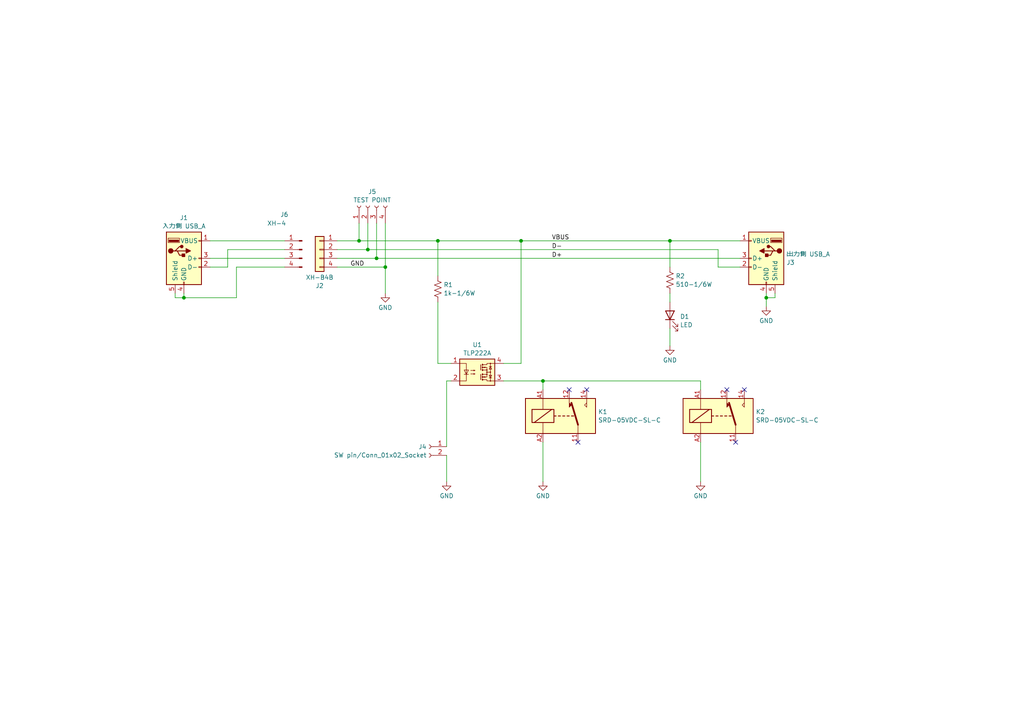
<source format=kicad_sch>
(kicad_sch (version 20230121) (generator eeschema)
  (paper "A4")
  (title_block (title "Mobile Battery Adapter") (date "2023-11-20") (rev "1.01") (company "YS-Lab LLC  JR6HSX"))
  (lib_symbols
    (symbol "Connector:Conn_01x02_Socket" (pin_names (offset 1.016) hide)
      (property "Reference" "J" (at 0 2.54 0))
      (property "Value" "Conn_01x02_Socket" (at 0 -5.08 0))
      (symbol "Conn_01x02_Socket_1_1"
        (arc (start 0 -2.032) (mid -0.5058 -2.54) (end 0 -3.048) (stroke (width 0.1524)))
        (polyline (pts (xy -1.27 -2.54) (xy -0.508 -2.54)) (stroke (width 0.1524)))
        (polyline (pts (xy -1.27 0) (xy -0.508 0)) (stroke (width 0.1524)))
        (arc (start 0 0.508) (mid -0.5058 0) (end 0 -0.508) (stroke (width 0.1524)))
        (pin passive line (at -5.08 0 0) (length 3.81) (name "Pin_1") (number "1"))
        (pin passive line (at -5.08 -2.54 0) (length 3.81) (name "Pin_2") (number "2"))
      )
    )
    (symbol "Connector:Conn_01x04_Pin" (pin_names (offset 1.016) hide)
      (property "Reference" "J" (at 0 5.08 0))
      (property "Value" "Conn_01x04_Pin" (at 0 -7.62 0))
      (symbol "Conn_01x04_Pin_1_1"
        (polyline (pts (xy 1.27 -5.08) (xy 0.8636 -5.08)) (stroke (width 0.1524)))
        (polyline (pts (xy 1.27 -2.54) (xy 0.8636 -2.54)) (stroke (width 0.1524)))
        (polyline (pts (xy 1.27 0) (xy 0.8636 0)) (stroke (width 0.1524)))
        (polyline (pts (xy 1.27 2.54) (xy 0.8636 2.54)) (stroke (width 0.1524)))
        (rectangle (start 0.8636 -4.953) (end 0 -5.207) (stroke (width 0.1524)) (fill (type outline)))
        (rectangle (start 0.8636 -2.413) (end 0 -2.667) (stroke (width 0.1524)) (fill (type outline)))
        (rectangle (start 0.8636 0.127) (end 0 -0.127) (stroke (width 0.1524)) (fill (type outline)))
        (rectangle (start 0.8636 2.667) (end 0 2.413) (stroke (width 0.1524)) (fill (type outline)))
        (pin passive line (at 5.08 2.54 180) (length 3.81) (name "Pin_1") (number "1"))
        (pin passive line (at 5.08 0 180) (length 3.81) (name "Pin_2") (number "2"))
        (pin passive line (at 5.08 -2.54 180) (length 3.81) (name "Pin_3") (number "3"))
        (pin passive line (at 5.08 -5.08 180) (length 3.81) (name "Pin_4") (number "4"))
      )
    )
    (symbol "Connector:Conn_01x04_Socket" (pin_names (offset 1.016) hide)
      (property "Reference" "J" (at 0 5.08 0))
      (property "Value" "Conn_01x04_Socket" (at 0 -7.62 0))
      (symbol "Conn_01x04_Socket_1_1"
        (arc (start 0 -4.572) (mid -0.5058 -5.08) (end 0 -5.588) (stroke (width 0.1524)))
        (arc (start 0 -2.032) (mid -0.5058 -2.54) (end 0 -3.048) (stroke (width 0.1524)))
        (polyline (pts (xy -1.27 -5.08) (xy -0.508 -5.08)) (stroke (width 0.1524)))
        (polyline (pts (xy -1.27 -2.54) (xy -0.508 -2.54)) (stroke (width 0.1524)))
        (polyline (pts (xy -1.27 0) (xy -0.508 0)) (stroke (width 0.1524)))
        (polyline (pts (xy -1.27 2.54) (xy -0.508 2.54)) (stroke (width 0.1524)))
        (arc (start 0 0.508) (mid -0.5058 0) (end 0 -0.508) (stroke (width 0.1524)))
        (arc (start 0 3.048) (mid -0.5058 2.54) (end 0 2.032) (stroke (width 0.1524)))
        (pin passive line (at -5.08 2.54 0) (length 3.81) (name "Pin_1") (number "1"))
        (pin passive line (at -5.08 0 0) (length 3.81) (name "Pin_2") (number "2"))
        (pin passive line (at -5.08 -2.54 0) (length 3.81) (name "Pin_3") (number "3"))
        (pin passive line (at -5.08 -5.08 0) (length 3.81) (name "Pin_4") (number "4"))
      )
    )
    (symbol "Connector:USB_A" (pin_names (offset 1.016))
      (property "Reference" "J" (at -5.08 11.43 0))
      (property "Value" "USB_A" (at -5.08 8.89 0))
      (symbol "USB_A_0_1"
        (rectangle (start -5.08 -7.62) (end 5.08 7.62) (stroke (width 0.254)) (fill (type background)))
        (circle (center -3.81 2.159) (radius 0.635) (stroke (width 0.254)) (fill (type outline)))
        (rectangle (start -1.524 4.826) (end -4.318 5.334) (fill (type outline)))
        (rectangle (start -1.27 4.572) (end -4.572 5.842))
        (circle (center -0.635 3.429) (radius 0.381) (stroke (width 0.254)) (fill (type outline)))
        (rectangle (start -0.127 -7.62) (end 0.127 -6.858))
        (polyline (pts (xy -3.175 2.159) (xy -2.54 2.159) (xy -1.27 3.429) (xy -0.635 3.429)) (stroke (width 0.254)))
        (polyline (pts (xy -2.54 2.159) (xy -1.905 2.159) (xy -1.27 0.889) (xy 0 0.889)) (stroke (width 0.254)))
        (polyline (pts (xy 0.635 2.794) (xy 0.635 1.524) (xy 1.905 2.159) (xy 0.635 2.794)) (stroke (width 0.254)) (fill (type outline)))
        (rectangle (start 0.254 1.27) (end -0.508 0.508) (stroke (width 0.254)) (fill (type outline)))
        (rectangle (start 5.08 -2.667) (end 4.318 -2.413))
        (rectangle (start 5.08 -0.127) (end 4.318 0.127))
        (rectangle (start 5.08 4.953) (end 4.318 5.207))
      )
      (symbol "USB_A_1_1"
        (polyline (pts (xy -1.905 2.159) (xy 0.635 2.159)) (stroke (width 0.254)))
        (pin power_in line (at 7.62 5.08 180) (length 2.54) (name "VBUS") (number "1"))
        (pin bidirectional line (at 7.62 -2.54 180) (length 2.54) (name "D-") (number "2"))
        (pin bidirectional line (at 7.62 0 180) (length 2.54) (name "D+") (number "3"))
        (pin power_in line (at 0 -10.16 90) (length 2.54) (name "GND") (number "4"))
        (pin passive line (at -2.54 -10.16 90) (length 2.54) (name "Shield") (number "5"))
      )
    )
    (symbol "Connector_Generic:Conn_01x04" (pin_names (offset 1.016) hide)
      (property "Reference" "J" (at 0 5.08 0))
      (property "Value" "Conn_01x04" (at 0 -7.62 0))
      (symbol "Conn_01x04_1_1"
        (rectangle (start -1.27 -4.953) (end 0 -5.207) (stroke (width 0.1524)))
        (rectangle (start -1.27 -2.413) (end 0 -2.667) (stroke (width 0.1524)))
        (rectangle (start -1.27 0.127) (end 0 -0.127) (stroke (width 0.1524)))
        (rectangle (start -1.27 2.667) (end 0 2.413) (stroke (width 0.1524)))
        (rectangle (start -1.27 3.81) (end 1.27 -6.35) (stroke (width 0.254)) (fill (type background)))
        (pin passive line (at -5.08 2.54 0) (length 3.81) (name "Pin_1") (number "1"))
        (pin passive line (at -5.08 0 0) (length 3.81) (name "Pin_2") (number "2"))
        (pin passive line (at -5.08 -2.54 0) (length 3.81) (name "Pin_3") (number "3"))
        (pin passive line (at -5.08 -5.08 0) (length 3.81) (name "Pin_4") (number "4"))
      )
    )
    (symbol "Device:LED" (pin_numbers hide) (pin_names (offset 1.016) hide)
      (property "Reference" "D" (at 0 2.54 0))
      (property "Value" "LED" (at 0 -2.54 0))
      (symbol "LED_0_1"
        (polyline (pts (xy -1.27 -1.27) (xy -1.27 1.27)) (stroke (width 0.254)))
        (polyline (pts (xy -1.27 0) (xy 1.27 0)))
        (polyline (pts (xy 1.27 -1.27) (xy 1.27 1.27) (xy -1.27 0) (xy 1.27 -1.27)) (stroke (width 0.254)))
        (polyline (pts (xy -3.048 -0.762) (xy -4.572 -2.286) (xy -3.81 -2.286) (xy -4.572 -2.286) (xy -4.572 -1.524)))
        (polyline (pts (xy -1.778 -0.762) (xy -3.302 -2.286) (xy -2.54 -2.286) (xy -3.302 -2.286) (xy -3.302 -1.524)))
      )
      (symbol "LED_1_1"
        (pin passive line (at -3.81 0 0) (length 2.54) (name "K") (number "1"))
        (pin passive line (at 3.81 0 180) (length 2.54) (name "A") (number "2"))
      )
    )
    (symbol "Device:R_US" (pin_numbers hide) (pin_names (offset 0))
      (property "Reference" "R" (at 2.54 0 90))
      (property "Value" "R_US" (at -2.54 0 90))
      (symbol "R_US_0_1"
        (polyline (pts (xy 0 -2.286) (xy 0 -2.54)))
        (polyline (pts (xy 0 2.286) (xy 0 2.54)))
        (polyline (pts (xy 0 -0.762) (xy 1.016 -1.143) (xy 0 -1.524) (xy -1.016 -1.905) (xy 0 -2.286)))
        (polyline (pts (xy 0 0.762) (xy 1.016 0.381) (xy 0 0) (xy -1.016 -0.381) (xy 0 -0.762)))
        (polyline (pts (xy 0 2.286) (xy 1.016 1.905) (xy 0 1.524) (xy -1.016 1.143) (xy 0 0.762)))
      )
      (symbol "R_US_1_1"
        (pin passive line (at 0 3.81 270) (length 1.27) (name "~") (number "1"))
        (pin passive line (at 0 -3.81 90) (length 1.27) (name "~") (number "2"))
      )
    )
    (symbol "Relay:Relay_SPDT"
      (property "Reference" "K" (at 11.43 3.81 0))
      (property "Value" "Relay_SPDT" (at 11.43 1.27 0))
      (symbol "Relay_SPDT_0_0"
        (polyline (pts (xy 7.62 5.08) (xy 7.62 2.54) (xy 6.985 3.175) (xy 7.62 3.81)))
      )
      (symbol "Relay_SPDT_0_1"
        (rectangle (start -10.16 5.08) (end 10.16 -5.08) (stroke (width 0.254)) (fill (type background)))
        (rectangle (start -8.255 1.905) (end -1.905 -1.905) (stroke (width 0.254)))
        (polyline (pts (xy -7.62 -1.905) (xy -2.54 1.905)) (stroke (width 0.254)))
        (polyline (pts (xy -5.08 -5.08) (xy -5.08 -1.905)))
        (polyline (pts (xy -5.08 5.08) (xy -5.08 1.905)))
        (polyline (pts (xy -1.905 0) (xy -1.27 0)) (stroke (width 0.254)))
        (polyline (pts (xy -0.635 0) (xy 0 0)) (stroke (width 0.254)))
        (polyline (pts (xy 0.635 0) (xy 1.27 0)) (stroke (width 0.254)))
        (polyline (pts (xy 1.905 0) (xy 2.54 0)) (stroke (width 0.254)))
        (polyline (pts (xy 3.175 0) (xy 3.81 0)) (stroke (width 0.254)))
        (polyline (pts (xy 5.08 -2.54) (xy 3.175 3.81)) (stroke (width 0.508)))
        (polyline (pts (xy 5.08 -2.54) (xy 5.08 -5.08)))
        (polyline (pts (xy 2.54 5.08) (xy 2.54 2.54) (xy 3.175 3.175) (xy 2.54 3.81)) (fill (type outline)))
      )
      (symbol "Relay_SPDT_1_1"
        (pin passive line (at 5.08 -7.62 90) (length 2.54) (name "~") (number "11"))
        (pin passive line (at 2.54 7.62 270) (length 2.54) (name "~") (number "12"))
        (pin passive line (at 7.62 7.62 270) (length 2.54) (name "~") (number "14"))
        (pin passive line (at -5.08 7.62 270) (length 2.54) (name "~") (number "A1"))
        (pin passive line (at -5.08 -7.62 90) (length 2.54) (name "~") (number "A2"))
      )
    )
    (symbol "Relay_SolidState:TLP222A"
      (property "Reference" "U" (at -5.08 5.08 0))
      (property "Value" "TLP222A" (at 0 5.08 0))
      (symbol "TLP222A_0_1"
        (rectangle (start -5.08 3.81) (end 5.08 -3.81) (stroke (width 0.254)) (fill (type background)))
        (polyline (pts (xy -3.81 -0.635) (xy -2.54 -0.635)))
        (polyline (pts (xy 1.016 -0.635) (xy 1.016 -2.159)) (stroke (width 0.2032)))
        (polyline (pts (xy 1.016 2.159) (xy 1.016 0.635)) (stroke (width 0.2032)))
        (polyline (pts (xy 1.524 -0.508) (xy 1.524 -0.762)) (stroke (width 0.3556)))
        (polyline (pts (xy 2.794 0) (xy 3.81 0)))
        (polyline (pts (xy 3.429 -1.651) (xy 4.191 -1.651)))
        (polyline (pts (xy 3.429 1.651) (xy 4.191 1.651)))
        (polyline (pts (xy 3.81 -2.54) (xy 3.81 2.54)))
        (polyline (pts (xy 1.524 -2.032) (xy 1.524 -2.286) (xy 1.524 -2.286)) (stroke (width 0.3556)))
        (polyline (pts (xy 1.524 -1.27) (xy 1.524 -1.524) (xy 1.524 -1.524)) (stroke (width 0.3556)))
        (polyline (pts (xy 1.524 0.762) (xy 1.524 0.508) (xy 1.524 0.508)) (stroke (width 0.3556)))
        (polyline (pts (xy 1.524 1.524) (xy 1.524 1.27) (xy 1.524 1.27)) (stroke (width 0.3556)))
        (polyline (pts (xy 1.524 2.286) (xy 1.524 2.032) (xy 1.524 2.032)) (stroke (width 0.3556)))
        (polyline (pts (xy 1.651 -1.397) (xy 2.794 -1.397) (xy 2.794 -0.635)))
        (polyline (pts (xy 1.651 1.397) (xy 2.794 1.397) (xy 2.794 0.635)))
        (polyline (pts (xy -5.08 2.54) (xy -3.175 2.54) (xy -3.175 -2.54) (xy -5.08 -2.54)))
        (polyline (pts (xy -3.175 -0.635) (xy -3.81 0.635) (xy -2.54 0.635) (xy -3.175 -0.635)))
        (polyline (pts (xy 1.651 -2.159) (xy 2.794 -2.159) (xy 2.794 -2.54) (xy 5.08 -2.54)))
        (polyline (pts (xy 1.651 -0.635) (xy 2.794 -0.635) (xy 2.794 0.635) (xy 1.651 0.635)))
        (polyline (pts (xy 1.651 2.159) (xy 2.794 2.159) (xy 2.794 2.54) (xy 5.08 2.54)))
        (polyline (pts (xy 1.778 -1.397) (xy 2.286 -1.27) (xy 2.286 -1.524) (xy 1.778 -1.397)))
        (polyline (pts (xy 1.778 1.397) (xy 2.286 1.524) (xy 2.286 1.27) (xy 1.778 1.397)))
        (polyline (pts (xy 3.81 -1.651) (xy 3.429 -0.889) (xy 4.191 -0.889) (xy 3.81 -1.651)))
        (polyline (pts (xy 3.81 1.651) (xy 3.429 0.889) (xy 4.191 0.889) (xy 3.81 1.651)))
        (polyline (pts (xy -1.905 -0.508) (xy -0.635 -0.508) (xy -1.016 -0.635) (xy -1.016 -0.381) (xy -0.635 -0.508)))
        (polyline (pts (xy -1.905 0.508) (xy -0.635 0.508) (xy -1.016 0.381) (xy -1.016 0.635) (xy -0.635 0.508)))
        (circle (center 2.794 -0.635) (radius 0.127))
        (circle (center 2.794 0) (radius 0.127))
        (circle (center 2.794 0.635) (radius 0.127))
        (circle (center 3.81 -2.54) (radius 0.127))
        (circle (center 3.81 0) (radius 0.127))
        (circle (center 3.81 2.54) (radius 0.127))
      )
      (symbol "TLP222A_1_1"
        (pin passive line (at -7.62 2.54 0) (length 2.54) (name "~") (number "1"))
        (pin passive line (at -7.62 -2.54 0) (length 2.54) (name "~") (number "2"))
        (pin passive line (at 7.62 -2.54 180) (length 2.54) (name "~") (number "3"))
        (pin passive line (at 7.62 2.54 180) (length 2.54) (name "~") (number "4"))
      )
    )
    (symbol "power:GND" (power) (pin_names (offset 0))
      (property "Value" "GND" (at 0 -3.81 0))
      (symbol "GND_0_1"
        (polyline (pts (xy 0 0) (xy 0 -1.27) (xy 1.27 -1.27) (xy 0 -2.54) (xy -1.27 -1.27) (xy 0 -1.27)))
      )
      (symbol "GND_1_1"
        (pin power_in line (at 0 0 270) (length 0) hide (name "GND") (number "1"))
      )
    )
  )
  (junction (at 111.76 77.47))
  (junction (at 222.25 86.36))
  (junction (at 104.14 69.85))
  (junction (at 127 69.85))
  (junction (at 53.34 86.36))
  (junction (at 109.22 74.93))
  (junction (at 157.48 110.49))
  (junction (at 194.31 69.85))
  (junction (at 151.13 69.85))
  (junction (at 106.68 72.39))
  (no_connect (at 213.36 128.27))
  (no_connect (at 165.1 113.03))
  (no_connect (at 167.64 128.27))
  (no_connect (at 210.82 113.03))
  (no_connect (at 215.9 113.03))
  (no_connect (at 170.18 113.03))
  (wire (pts (xy 222.25 85.09) (xy 222.25 86.36)))
  (wire (pts (xy 224.79 85.09) (xy 224.79 86.36)))
  (wire (pts (xy 97.79 72.39) (xy 106.68 72.39)))
  (wire (pts (xy 127 87.63) (xy 127 105.41)))
  (wire (pts (xy 111.76 77.47) (xy 111.76 85.09)))
  (wire (pts (xy 157.48 110.49) (xy 146.05 110.49)))
  (wire (pts (xy 66.04 77.47) (xy 66.04 72.39)))
  (wire (pts (xy 66.04 72.39) (xy 82.55 72.39)))
  (wire (pts (xy 104.14 69.85) (xy 127 69.85)))
  (wire (pts (xy 97.79 77.47) (xy 111.76 77.47)))
  (wire (pts (xy 129.54 110.49) (xy 129.54 129.54)))
  (wire (pts (xy 60.96 69.85) (xy 82.55 69.85)))
  (wire (pts (xy 53.34 85.09) (xy 53.34 86.36)))
  (wire (pts (xy 97.79 74.93) (xy 109.22 74.93)))
  (wire (pts (xy 130.81 110.49) (xy 129.54 110.49)))
  (wire (pts (xy 146.05 105.41) (xy 151.13 105.41)))
  (wire (pts (xy 208.28 72.39) (xy 106.68 72.39)))
  (wire (pts (xy 109.22 74.93) (xy 109.22 64.77)))
  (wire (pts (xy 151.13 69.85) (xy 194.31 69.85)))
  (wire (pts (xy 127 69.85) (xy 127 80.01)))
  (wire (pts (xy 50.8 86.36) (xy 53.34 86.36)))
  (wire (pts (xy 224.79 86.36) (xy 222.25 86.36)))
  (wire (pts (xy 203.2 128.27) (xy 203.2 139.7)))
  (wire (pts (xy 68.58 77.47) (xy 82.55 77.47)))
  (wire (pts (xy 157.48 128.27) (xy 157.48 139.7)))
  (wire (pts (xy 151.13 105.41) (xy 151.13 69.85)))
  (wire (pts (xy 60.96 74.93) (xy 82.55 74.93)))
  (wire (pts (xy 214.63 77.47) (xy 208.28 77.47)))
  (wire (pts (xy 127 105.41) (xy 130.81 105.41)))
  (wire (pts (xy 203.2 113.03) (xy 203.2 110.49)))
  (wire (pts (xy 106.68 72.39) (xy 106.68 64.77)))
  (wire (pts (xy 194.31 69.85) (xy 194.31 77.47)))
  (wire (pts (xy 111.76 77.47) (xy 111.76 64.77)))
  (wire (pts (xy 60.96 77.47) (xy 66.04 77.47)))
  (wire (pts (xy 208.28 77.47) (xy 208.28 72.39)))
  (wire (pts (xy 127 69.85) (xy 151.13 69.85)))
  (wire (pts (xy 104.14 69.85) (xy 104.14 64.77)))
  (wire (pts (xy 97.79 69.85) (xy 104.14 69.85)))
  (wire (pts (xy 222.25 86.36) (xy 222.25 88.9)))
  (wire (pts (xy 194.31 95.25) (xy 194.31 100.33)))
  (wire (pts (xy 194.31 85.09) (xy 194.31 87.63)))
  (wire (pts (xy 203.2 110.49) (xy 157.48 110.49)))
  (wire (pts (xy 129.54 139.7) (xy 129.54 132.08)))
  (wire (pts (xy 109.22 74.93) (xy 214.63 74.93)))
  (wire (pts (xy 53.34 86.36) (xy 68.58 86.36)))
  (wire (pts (xy 194.31 69.85) (xy 214.63 69.85)))
  (wire (pts (xy 68.58 86.36) (xy 68.58 77.47)))
  (wire (pts (xy 157.48 110.49) (xy 157.48 113.03)))
  (wire (pts (xy 50.8 85.09) (xy 50.8 86.36)))
  (label "GND" (at 101.6 77.47 0))
  (label "VBUS" (at 160.02 69.85 0))
  (label "D+" (at 160.02 74.93 0))
  (label "D-" (at 160.02 72.39 0))
  (symbol (lib_id "Device:LED") (at 194.31 91.44 90) (unit 1)
    (property "Reference" "D1" (at 197.231 91.8154 90) (effects (justify right)))
    (property "Value" "LED" (at 197.231 94.2396 90) (effects (justify right)))
  )
  (symbol (lib_id "power:GND") (at 194.31 100.33 0) (unit 1)
    (property "Reference" "#PWR06" (effects hide))
    (property "Value" "GND" (at 194.31 104.4631 0))
  )
  (symbol (lib_id "Connector:Conn_01x04_Pin") (at 87.63 72.39 0) (mirror y) (unit 1)
    (property "Reference" "J6" (at 81.28 62.23 0) (effects (justify right)))
    (property "Value" "XH-4" (at 77.47 64.77 0) (effects (justify right)))
    (property "Footprint" "Connector_JST:JST_XH_B4B-XH-A_1x04_P2.50mm_Vertical" (effects hide))
  )
  (symbol (lib_id "Device:R_US") (at 194.31 81.28 0) (unit 1)
    (property "Reference" "R2" (at 195.961 80.0679 0) (effects (justify left)))
    (property "Value" "510-1/6W" (at 195.961 82.4921 0) (effects (justify left)))
  )
  (symbol (lib_id "Relay:Relay_SPDT") (at 208.28 120.65 0) (unit 1)
    (property "Reference" "K2" (at 219.202 119.4379 0) (effects (justify left)))
    (property "Value" "SRD-05VDC-SL-C" (at 219.202 121.8621 0) (effects (justify left)))
    (property "Footprint" "HOLLY:Relay_SPDT_Omron-G5LE-1" (effects hide))
  )
  (symbol (lib_id "Connector_Generic:Conn_01x04") (at 92.71 72.39 0) (mirror y) (unit 1)
    (property "Reference" "J2" (at 92.71 82.8843 0))
    (property "Value" "XH-B4B" (at 92.71 80.4601 0))
    (property "Footprint" "Connector_JST:JST_XH_B4B-XH-A_1x04_P2.50mm_Vertical" (effects hide))
  )
  (symbol (lib_id "Relay_SolidState:TLP222A") (at 138.43 107.95 0) (unit 1)
    (property "Reference" "U1" (at 138.43 99.9957 0))
    (property "Value" "TLP222A" (at 138.43 102.4199 0))
    (property "Footprint" "Package_DIP:DIP-4_W7.62mm" (effects hide))
    (property "Datasheet" "https://toshiba.semicon-storage.com/info/docget.jsp?did=17036&prodName=TLP222A" (effects hide))
  )
  (symbol (lib_id "Relay:Relay_SPDT") (at 162.56 120.65 0) (unit 1)
    (property "Reference" "K1" (at 173.482 119.4379 0) (effects (justify left)))
    (property "Value" "SRD-05VDC-SL-C" (at 173.482 121.8621 0) (effects (justify left)))
    (property "Footprint" "HOLLY:Relay_SPDT_Omron-G5LE-1" (effects hide))
  )
  (symbol (lib_id "power:GND") (at 129.54 139.7 0) (unit 1)
    (property "Reference" "#PWR05" (effects hide))
    (property "Value" "GND" (at 129.54 143.8331 0))
  )
  (symbol (lib_id "power:GND") (at 157.48 139.7 0) (unit 1)
    (property "Reference" "#PWR04" (effects hide))
    (property "Value" "GND" (at 157.48 143.8331 0))
  )
  (symbol (lib_id "power:GND") (at 203.2 139.7 0) (unit 1)
    (property "Reference" "#PWR03" (effects hide))
    (property "Value" "GND" (at 203.2 143.8331 0))
  )
  (symbol (lib_id "Connector:Conn_01x04_Socket") (at 106.68 59.69 90) (unit 1)
    (property "Reference" "J5" (at 107.95 55.5965 90))
    (property "Value" "TEST POINT" (at 107.95 58.0207 90))
  )
  (symbol (lib_id "power:GND") (at 111.76 85.09 0) (unit 1)
    (property "Reference" "#PWR01" (effects hide))
    (property "Value" "GND" (at 111.76 89.2231 0))
  )
  (symbol (lib_id "power:GND") (at 222.25 88.9 0) (unit 1)
    (property "Reference" "#PWR02" (effects hide))
    (property "Value" "GND" (at 222.25 93.0331 0))
  )
  (symbol (lib_id "Connector:USB_A") (at 53.34 74.93 0) (unit 1)
    (property "Reference" "J1" (at 53.34 63.1657 0))
    (property "Value" "入力側 USB_A" (at 53.34 65.5899 0))
    (property "Datasheet" " ~" (effects hide))
  )
  (symbol (lib_id "Connector:Conn_01x02_Socket") (at 124.46 129.54 0) (mirror y) (unit 1)
    (property "Reference" "J4" (at 123.7488 129.5979 0) (effects (justify left)))
    (property "Value" "SW pin/Conn_01x02_Socket" (at 123.7488 132.0221 0) (effects (justify left)))
  )
  (symbol (lib_id "Device:R_US") (at 127 83.82 0) (unit 1)
    (property "Reference" "R1" (at 128.651 82.6079 0) (effects (justify left)))
    (property "Value" "1k-1/6W" (at 128.651 85.0321 0) (effects (justify left)))
  )
  (symbol (lib_id "Connector:USB_A") (at 222.25 74.93 0) (mirror y) (unit 1)
    (property "Reference" "J3" (at 228.092 76.1421 0) (effects (justify right)))
    (property "Value" "出力側 USB_A" (at 228.092 73.7179 0) (effects (justify right)))
    (property "Datasheet" " ~" (effects hide))
  )
)
</source>
